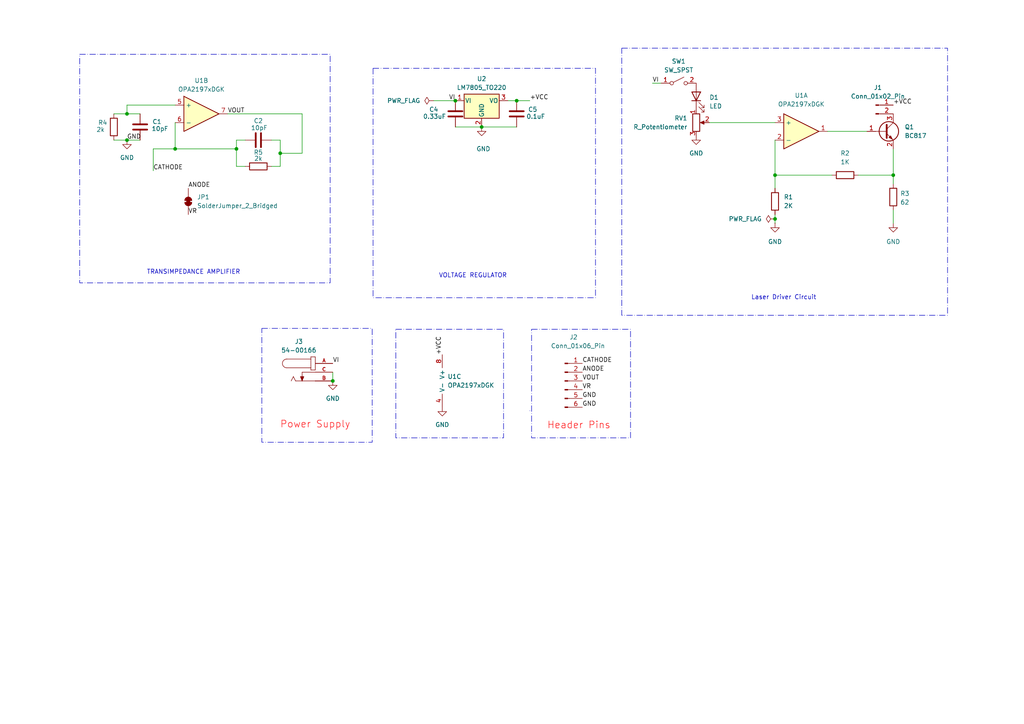
<source format=kicad_sch>
(kicad_sch (version 20250114) (generator "eeschema") (generator_version "9.0")
  (paper "A4")
  (title_block (title "Combined LASER driver and TIA circuit") (date "2025-10-28") (rev "1") (company "CQuICC, IIT Madras") (comment 1 "Designed by Megha and Rizo"))
  (lib_symbols
    (symbol "Connector:Conn_01x02_Pin" (pin_names (offset 1.016) (hide yes))
      (property "Reference" "J" (at 0 2.54 0))
      (property "Value" "Conn_01x02_Pin" (at 0 -5.08 0))
      (symbol "Conn_01x02_Pin_1_1"
        (rectangle (start 0.8636 0.127) (end 0 -0.127) (stroke (width 0.1524)) (fill (type outline)))
        (rectangle (start 0.8636 -2.413) (end 0 -2.667) (stroke (width 0.1524)) (fill (type outline)))
        (polyline (pts (xy 1.27 0) (xy 0.8636 0)) (stroke (width 0.1524)))
        (polyline (pts (xy 1.27 -2.54) (xy 0.8636 -2.54)) (stroke (width 0.1524)))
        (pin passive line (at 5.08 0 180) (length 3.81) (name "Pin_1") (number "1"))
        (pin passive line (at 5.08 -2.54 180) (length 3.81) (name "Pin_2") (number "2"))
      )
    )
    (symbol "Connector:Conn_01x06_Pin" (pin_names (offset 1.016) (hide yes))
      (property "Reference" "J" (at 0 7.62 0))
      (property "Value" "Conn_01x06_Pin" (at 0 -10.16 0))
      (symbol "Conn_01x06_Pin_1_1"
        (rectangle (start 0.8636 5.207) (end 0 4.953) (stroke (width 0.1524)) (fill (type outline)))
        (rectangle (start 0.8636 2.667) (end 0 2.413) (stroke (width 0.1524)) (fill (type outline)))
        (rectangle (start 0.8636 0.127) (end 0 -0.127) (stroke (width 0.1524)) (fill (type outline)))
        (rectangle (start 0.8636 -2.413) (end 0 -2.667) (stroke (width 0.1524)) (fill (type outline)))
        (rectangle (start 0.8636 -4.953) (end 0 -5.207) (stroke (width 0.1524)) (fill (type outline)))
        (rectangle (start 0.8636 -7.493) (end 0 -7.747) (stroke (width 0.1524)) (fill (type outline)))
        (polyline (pts (xy 1.27 5.08) (xy 0.8636 5.08)) (stroke (width 0.1524)))
        (polyline (pts (xy 1.27 2.54) (xy 0.8636 2.54)) (stroke (width 0.1524)))
        (polyline (pts (xy 1.27 0) (xy 0.8636 0)) (stroke (width 0.1524)))
        (polyline (pts (xy 1.27 -2.54) (xy 0.8636 -2.54)) (stroke (width 0.1524)))
        (polyline (pts (xy 1.27 -5.08) (xy 0.8636 -5.08)) (stroke (width 0.1524)))
        (polyline (pts (xy 1.27 -7.62) (xy 0.8636 -7.62)) (stroke (width 0.1524)))
        (pin passive line (at 5.08 5.08 180) (length 3.81) (name "Pin_1") (number "1"))
        (pin passive line (at 5.08 2.54 180) (length 3.81) (name "Pin_2") (number "2"))
        (pin passive line (at 5.08 0 180) (length 3.81) (name "Pin_3") (number "3"))
        (pin passive line (at 5.08 -2.54 180) (length 3.81) (name "Pin_4") (number "4"))
        (pin passive line (at 5.08 -5.08 180) (length 3.81) (name "Pin_5") (number "5"))
        (pin passive line (at 5.08 -7.62 180) (length 3.81) (name "Pin_6") (number "6"))
      )
    )
    (symbol "Device:LED" (pin_numbers (hide yes)) (pin_names (offset 1.016) (hide yes))
      (property "Reference" "D" (at 0 2.54 0))
      (property "Value" "LED" (at 0 -2.54 0))
      (symbol "LED_0_1"
        (polyline (pts (xy -3.048 -0.762) (xy -4.572 -2.286) (xy -3.81 -2.286) (xy -4.572 -2.286) (xy -4.572 -1.524)))
        (polyline (pts (xy -1.778 -0.762) (xy -3.302 -2.286) (xy -2.54 -2.286) (xy -3.302 -2.286) (xy -3.302 -1.524)))
        (polyline (pts (xy -1.27 0) (xy 1.27 0)))
        (polyline (pts (xy -1.27 -1.27) (xy -1.27 1.27)) (stroke (width 0.254)))
        (polyline (pts (xy 1.27 -1.27) (xy 1.27 1.27) (xy -1.27 0) (xy 1.27 -1.27)) (stroke (width 0.254)))
      )
      (symbol "LED_1_1"
        (pin passive line (at -3.81 0 0) (length 2.54) (name "K") (number "1"))
        (pin passive line (at 3.81 0 180) (length 2.54) (name "A") (number "2"))
      )
    )
    (symbol "Device:R_Potentiometer" (pin_names (offset 1.016) (hide yes))
      (property "Reference" "RV" (at -4.445 0 90))
      (property "Value" "R_Potentiometer" (at -2.54 0 90))
      (symbol "R_Potentiometer_0_1"
        (rectangle (start 1.016 2.54) (end -1.016 -2.54) (stroke (width 0.254)))
        (polyline (pts (xy 1.143 0) (xy 2.286 0.508) (xy 2.286 -0.508) (xy 1.143 0)) (fill (type outline)))
        (polyline (pts (xy 2.54 0) (xy 1.524 0)))
      )
      (symbol "R_Potentiometer_1_1"
        (pin passive line (at 0 3.81 270) (length 1.27) (name "1") (number "1"))
        (pin passive line (at 0 -3.81 90) (length 1.27) (name "3") (number "3"))
        (pin passive line (at 3.81 0 180) (length 1.27) (name "2") (number "2"))
      )
    )
    (symbol "Jumper:SolderJumper_2_Bridged" (pin_numbers (hide yes)) (pin_names (offset 0) (hide yes)) (in_bom no)
      (property "Reference" "JP" (at 0 2.032 0))
      (property "Value" "SolderJumper_2_Bridged" (at 0 -2.54 0))
      (symbol "SolderJumper_2_Bridged_0_1"
        (rectangle (start -0.508 0.508) (end 0.508 -0.508) (fill (type outline)))
        (polyline (pts (xy -0.254 1.016) (xy -0.254 -1.016)))
        (arc (start -0.254 -1.016) (mid -1.2656 0) (end -0.254 1.016))
        (arc (start -0.254 -1.016) (mid -1.2656 0) (end -0.254 1.016) (fill (type outline)))
        (arc (start 0.254 1.016) (mid 1.2656 0) (end 0.254 -1.016))
        (arc (start 0.254 1.016) (mid 1.2656 0) (end 0.254 -1.016) (fill (type outline)))
        (polyline (pts (xy 0.254 1.016) (xy 0.254 -1.016)))
      )
      (symbol "SolderJumper_2_Bridged_1_1"
        (pin passive line (at -3.81 0 0) (length 2.54) (name "A") (number "1"))
        (pin passive line (at 3.81 0 180) (length 2.54) (name "B") (number "2"))
      )
    )
    (symbol "Library:54-00166" (pin_names (offset 1.016))
      (property "Reference" "J" (at -7.62 5.08 0))
      (property "Value" "54-00166" (at -7.62 -5.08 0))
      (symbol "54-00166_0_0"
        (polyline (pts (xy -8.255 3.81) (xy -1.27 3.81)) (stroke (width 0.1524)))
        (arc (start -8.255 1.27) (mid -9.5194 2.54) (end -8.255 3.81) (stroke (width 0.1524)))
        (polyline (pts (xy -6.35 -1.27) (xy -6.985 -2.54)) (stroke (width 0.1524)))
        (polyline (pts (xy -5.715 -2.54) (xy -6.35 -1.27)) (stroke (width 0.1524)))
        (polyline (pts (xy -3.81 0) (xy -3.81 -2.54)) (stroke (width 0.1524)))
        (polyline (pts (xy -3.81 -2.54) (xy -4.318 -1.27) (xy -3.302 -1.27) (xy -3.81 -2.54)) (stroke (width 0.1524)) (fill (type outline)))
        (polyline (pts (xy -1.27 4.445) (xy -1.27 3.81)) (stroke (width 0.1524)))
        (polyline (pts (xy -1.27 3.81) (xy -1.27 1.27)) (stroke (width 0.1524)))
        (polyline (pts (xy -1.27 1.27) (xy -8.255 1.27)) (stroke (width 0.1524)))
        (polyline (pts (xy -1.27 1.27) (xy -1.27 0.635)) (stroke (width 0.1524)))
        (polyline (pts (xy -1.27 0.635) (xy 0 0.635)) (stroke (width 0.1524)))
        (polyline (pts (xy 0 4.445) (xy -1.27 4.445)) (stroke (width 0.1524)))
        (polyline (pts (xy 0 0.635) (xy 0 4.445)) (stroke (width 0.1524)))
        (polyline (pts (xy 0 0) (xy -3.81 0)) (stroke (width 0.1524)))
        (polyline (pts (xy 0 -2.54) (xy -5.715 -2.54)) (stroke (width 0.1524)))
        (pin passive line (at 5.08 2.54 180) (length 5.08) (name "~") (number "A"))
        (pin passive line (at 5.08 0 180) (length 5.08) (name "~") (number "C"))
        (pin passive line (at 5.08 -2.54 180) (length 5.08) (name "~") (number "B"))
      )
    )
    (symbol "Library:BC817" (pin_names (offset 0) (hide yes))
      (property "Reference" "Q" (at 5.08 1.905 0))
      (property "Value" "BC817" (at 5.08 0 0))
      (symbol "BC817_0_1"
        (polyline (pts (xy -2.54 0) (xy 0.635 0)))
        (polyline (pts (xy 0.635 1.905) (xy 0.635 -1.905)) (stroke (width 0.508)))
        (circle (center 1.27 0) (radius 2.8194) (stroke (width 0.254)))
      )
      (symbol "BC817_1_1"
        (polyline (pts (xy 0.635 0.635) (xy 2.54 2.54)))
        (polyline (pts (xy 0.635 -0.635) (xy 2.54 -2.54)))
        (polyline (pts (xy 1.27 -1.778) (xy 1.778 -1.27) (xy 2.286 -2.286) (xy 1.27 -1.778)) (fill (type outline)))
        (pin input line (at -5.08 0 0) (length 2.54) (name "B") (number "1"))
        (pin passive line (at 2.54 5.08 270) (length 2.54) (name "C") (number "3"))
        (pin passive line (at 2.54 -5.08 90) (length 2.54) (name "E") (number "2"))
      )
    )
    (symbol "Library:C" (pin_numbers (hide yes)) (pin_names (offset 0.254))
      (property "Reference" "C" (at 0.635 2.54 0))
      (property "Value" "C" (at 0.635 -2.54 0))
      (symbol "C_0_1"
        (polyline (pts (xy -2.032 0.762) (xy 2.032 0.762)) (stroke (width 0.508)))
        (polyline (pts (xy -2.032 -0.762) (xy 2.032 -0.762)) (stroke (width 0.508)))
      )
      (symbol "C_1_1"
        (pin passive line (at 0 3.81 270) (length 2.794) (name "~") (number "1"))
        (pin passive line (at 0 -3.81 90) (length 2.794) (name "~") (number "2"))
      )
    )
    (symbol "Library:GND" (power) (pin_numbers (hide yes)) (pin_names (offset 0) (hide yes))
      (property "Value" "GND" (at 0 -3.81 0))
      (symbol "GND_0_1"
        (polyline (pts (xy 0 0) (xy 0 -1.27) (xy 1.27 -1.27) (xy 0 -2.54) (xy -1.27 -1.27) (xy 0 -1.27)))
      )
      (symbol "GND_1_1"
        (pin power_in line (at 0 0 270) (length 0) (name "~") (number "1"))
      )
    )
    (symbol "Library:OPA2197xDGK"
      (property "Reference" "U" (at 0 5.08 0))
      (property "Value" "OPA2197xDGK" (at 0 -5.08 0))
      (symbol "OPA2197xDGK_1_1"
        (polyline (pts (xy -5.08 5.08) (xy 5.08 0) (xy -5.08 -5.08) (xy -5.08 5.08)) (stroke (width 0.254)) (fill (type background)))
        (pin input line (at -7.62 2.54 0) (length 2.54) (name "+") (number "3"))
        (pin input line (at -7.62 -2.54 0) (length 2.54) (name "-") (number "2"))
        (pin output line (at 7.62 0 180) (length 2.54) (name "~") (number "1"))
      )
      (symbol "OPA2197xDGK_2_1"
        (polyline (pts (xy -5.08 5.08) (xy 5.08 0) (xy -5.08 -5.08) (xy -5.08 5.08)) (stroke (width 0.254)) (fill (type background)))
        (pin input line (at -7.62 2.54 0) (length 2.54) (name "+") (number "5"))
        (pin input line (at -7.62 -2.54 0) (length 2.54) (name "-") (number "6"))
        (pin output line (at 7.62 0 180) (length 2.54) (name "~") (number "7"))
      )
      (symbol "OPA2197xDGK_3_1"
        (pin power_in line (at -2.54 7.62 270) (length 3.81) (name "V+") (number "8"))
        (pin power_in line (at -2.54 -7.62 90) (length 3.81) (name "V-") (number "4"))
      )
    )
    (symbol "Library:PWR_FLAG" (power) (pin_numbers (hide yes)) (pin_names (offset 0) (hide yes))
      (property "Value" "PWR_FLAG" (at 0 3.81 0))
      (symbol "PWR_FLAG_0_0"
        (pin power_out line (at 0 0 90) (length 0) (name "~") (number "1"))
      )
      (symbol "PWR_FLAG_0_1"
        (polyline (pts (xy 0 0) (xy 0 1.27) (xy -1.016 1.905) (xy 0 2.54) (xy 1.016 1.905) (xy 0 1.27)))
      )
    )
    (symbol "Library:R" (pin_numbers (hide yes)) (pin_names (offset 0))
      (property "Reference" "R" (at 2.032 0 90))
      (property "Value" "R" (at 0 0 90))
      (symbol "R_0_1"
        (rectangle (start -1.016 -2.54) (end 1.016 2.54) (stroke (width 0.254)))
      )
      (symbol "R_1_1"
        (pin passive line (at 0 3.81 270) (length 1.27) (name "~") (number "1"))
        (pin passive line (at 0 -3.81 90) (length 1.27) (name "~") (number "2"))
      )
    )
    (symbol "Regulator_Linear:LM7805_TO220" (pin_names (offset 0.254))
      (property "Reference" "U" (at -3.81 3.175 0))
      (property "Value" "LM7805_TO220" (at 0 3.175 0))
      (symbol "LM7805_TO220_0_1"
        (rectangle (start -5.08 1.905) (end 5.08 -5.08) (stroke (width 0.254)) (fill (type background)))
      )
      (symbol "LM7805_TO220_1_1"
        (pin power_in line (at -7.62 0 0) (length 2.54) (name "VI") (number "1"))
        (pin power_in line (at 0 -7.62 90) (length 2.54) (name "GND") (number "2"))
        (pin power_out line (at 7.62 0 180) (length 2.54) (name "VO") (number "3"))
      )
    )
    (symbol "Switch:SW_SPST" (pin_names (offset 0) (hide yes))
      (property "Reference" "SW" (at 0 3.175 0))
      (property "Value" "SW_SPST" (at 0 -2.54 0))
      (symbol "SW_SPST_0_0"
        (circle (center -2.032 0) (radius 0.508))
        (polyline (pts (xy -1.524 0.254) (xy 1.524 1.778)))
        (circle (center 2.032 0) (radius 0.508))
      )
      (symbol "SW_SPST_1_1"
        (pin passive line (at -5.08 0 0) (length 2.54) (name "A") (number "1"))
        (pin passive line (at 5.08 0 180) (length 2.54) (name "B") (number "2"))
      )
    )
  )
  (rectangle (start 153.67 119.126) (end 153.67 119.126) (stroke (width 0) (type dash_dot)))
  (rectangle (start 108.204 19.812) (end 172.72 86.36) (stroke (width 0) (type dash_dot)))
  (rectangle (start 154.178 95.504) (end 182.88 127) (stroke (width 0) (type dash_dot)))
  (rectangle (start 75.946 95.25) (end 107.95 128.27) (stroke (width 0) (type dash_dot)))
  (rectangle (start 114.808 95.504) (end 146.05 127) (stroke (width 0) (type dash_dot)))
  (rectangle (start 23.114 15.748) (end 95.758 82.042) (stroke (width 0) (type dash_dot)))
  (rectangle (start 180.34 13.97) (end 274.828 91.44) (stroke (width 0) (type dash_dot)))
  (text "VOLTAGE REGULATOR\n" (at 137.16 80.01 0) (effects (font (size 1.27 1.27))))
  (text "Laser Driver Circuit" (at 227.33 86.36 0) (effects (font (size 1.27 1.27))))
  (text "Power Supply" (at 91.44 123.19 0) (effects (font (size 2 2))))
  (text "Header Pins\n" (at 167.894 123.444 0) (effects (font (size 2 2))))
  (text "TRANSIMPEDANCE AMPLIFIER" (at 56.134 78.994 0) (effects (font (size 1.27 1.27))))
  (junction (at 50.8 43.18))
  (junction (at 224.79 63.5))
  (junction (at 259.08 50.8))
  (junction (at 149.86 29.21))
  (junction (at 36.83 33.02))
  (junction (at 68.58 43.18))
  (junction (at 139.7 36.83))
  (junction (at 96.52 110.49))
  (junction (at 224.79 50.8))
  (junction (at 132.08 29.21))
  (junction (at 36.83 40.64))
  (junction (at 81.28 44.45))
  (wire (pts (xy 81.28 40.64) (xy 81.28 44.45)))
  (wire (pts (xy 224.79 50.8) (xy 241.3 50.8)))
  (wire (pts (xy 68.58 43.18) (xy 68.58 40.64)))
  (wire (pts (xy 189.23 24.13) (xy 191.77 24.13)))
  (wire (pts (xy 81.28 44.45) (xy 81.28 48.26)))
  (wire (pts (xy 71.12 48.26) (xy 68.58 48.26)))
  (wire (pts (xy 87.63 33.02) (xy 87.63 44.45)))
  (wire (pts (xy 44.45 43.18) (xy 44.45 49.53)))
  (wire (pts (xy 224.79 62.23) (xy 224.79 63.5)))
  (wire (pts (xy 36.83 33.02) (xy 40.64 33.02)))
  (wire (pts (xy 132.08 36.83) (xy 139.7 36.83)))
  (wire (pts (xy 259.08 60.96) (xy 259.08 64.77)))
  (wire (pts (xy 68.58 40.64) (xy 71.12 40.64)))
  (wire (pts (xy 149.86 29.21) (xy 153.67 29.21)))
  (wire (pts (xy 36.83 30.48) (xy 50.8 30.48)))
  (wire (pts (xy 147.32 29.21) (xy 149.86 29.21)))
  (wire (pts (xy 139.7 36.83) (xy 149.86 36.83)))
  (wire (pts (xy 259.08 50.8) (xy 259.08 53.34)))
  (wire (pts (xy 50.8 35.56) (xy 50.8 43.18)))
  (wire (pts (xy 66.04 33.02) (xy 87.63 33.02)))
  (wire (pts (xy 224.79 50.8) (xy 224.79 54.61)))
  (wire (pts (xy 33.02 40.64) (xy 36.83 40.64)))
  (wire (pts (xy 36.83 30.48) (xy 36.83 33.02)))
  (wire (pts (xy 125.73 29.21) (xy 132.08 29.21)))
  (wire (pts (xy 81.28 44.45) (xy 87.63 44.45)))
  (wire (pts (xy 96.52 107.95) (xy 96.52 110.49)))
  (wire (pts (xy 240.03 38.1) (xy 251.46 38.1)))
  (wire (pts (xy 33.02 33.02) (xy 36.83 33.02)))
  (wire (pts (xy 259.08 43.18) (xy 259.08 50.8)))
  (wire (pts (xy 44.45 43.18) (xy 50.8 43.18)))
  (wire (pts (xy 248.92 50.8) (xy 259.08 50.8)))
  (wire (pts (xy 50.8 43.18) (xy 68.58 43.18)))
  (wire (pts (xy 224.79 63.5) (xy 224.79 64.77)))
  (wire (pts (xy 78.74 40.64) (xy 81.28 40.64)))
  (wire (pts (xy 78.74 48.26) (xy 81.28 48.26)))
  (wire (pts (xy 205.74 35.56) (xy 224.79 35.56)))
  (wire (pts (xy 68.58 43.18) (xy 68.58 48.26)))
  (wire (pts (xy 224.79 40.64) (xy 224.79 50.8)))
  (wire (pts (xy 36.83 40.64) (xy 40.64 40.64)))
  (label "VI" (at 189.23 24.13 0))
  (label "CATHODE" (at 168.91 105.41 0))
  (label "ANODE" (at 168.91 107.95 0))
  (label "GND" (at 168.91 115.57 0))
  (label "VR" (at 54.61 62.23 0))
  (label "+VCC" (at 128.27 102.87 90))
  (label "ANODE" (at 54.61 54.61 0))
  (label "VR" (at 168.91 113.03 0))
  (label "+VCC" (at 153.67 29.21 0))
  (label "+VCC" (at 259.08 30.48 0))
  (label "VI" (at 132.08 29.21 180))
  (label "CATHODE" (at 44.45 49.53 0))
  (label "VOUT" (at 66.04 33.02 0))
  (label "GND" (at 36.83 40.64 0))
  (label "VOUT" (at 168.91 110.49 0))
  (label "VI" (at 96.52 105.41 0))
  (label "GND" (at 168.91 118.11 0))
  (symbol (lib_id "Jumper:SolderJumper_2_Bridged") (at 54.61 58.42 90) (unit 1) (in_bom no)
    (property "Reference" "JP1" (at 57.15 57.1499 90) (effects (justify right)))
    (property "Value" "SolderJumper_2_Bridged" (at 57.15 59.6899 90) (effects (justify right)))
    (property "Footprint" "Jumper:SolderJumper-2_P1.3mm_Bridged2Bar_Pad1.0x1.5mm" (effects (hide yes)))
    (property "Description" "Solder Jumper, 2-pole, closed/bridged" (effects (hide yes)))
  )
  (symbol (lib_id "Library:PWR_FLAG") (at 125.73 29.21 90) (unit 1)
    (property "Reference" "#FLG0101" (effects (hide yes)))
    (property "Value" "PWR_FLAG" (at 121.92 29.2099 90) (effects (justify left)))
    (property "Description" "Special symbol for telling ERC where power comes from" (effects (hide yes)))
  )
  (symbol (lib_id "Library:OPA2197xDGK") (at 58.42 33.02 0) (unit 2)
    (property "Reference" "U1" (at 58.42 23.368 0))
    (property "Value" "OPA2197xDGK" (at 58.42 25.908 0))
    (property "Footprint" "Package_SO:VSSOP-8_3x3mm_P0.65mm" (effects (hide yes)))
    (property "Datasheet" "http://www.ti.com/lit/ds/symlink/opa2197.pdf" (effects (hide yes)))
    (property "Description" "Dual 36V, Precision, Rail-to-Rail Input/Output, Low Offset Voltage, Operational Amplifier, VSSOP-8" (effects (hide yes)))
  )
  (symbol (lib_id "Switch:SW_SPST") (at 196.85 24.13 0) (unit 1)
    (property "Reference" "SW1" (at 196.85 17.78 0))
    (property "Value" "SW_SPST" (at 196.85 20.32 0))
    (property "Description" "Single Pole Single Throw (SPST) switch" (effects (hide yes)))
  )
  (symbol (lib_id "Library:C") (at 40.64 36.83 0) (unit 1)
    (property "Reference" "C1" (at 44.196 35.306 0) (effects (justify left)))
    (property "Value" "10pF" (at 43.942 37.338 0) (effects (justify left)))
    (property "Footprint" "Capacitor_SMD:C_0201_0603Metric" (effects (hide yes)))
    (property "Description" "Unpolarized capacitor" (effects (hide yes)))
  )
  (symbol (lib_id "Library:GND") (at 96.52 110.49 0) (unit 1)
    (property "Reference" "#PWR0101" (effects (hide yes)))
    (property "Value" "GND" (at 96.52 115.57 0))
    (property "Description" "Power symbol creates a global label with name \"GND\" , ground" (effects (hide yes)))
  )
  (symbol (lib_id "Library:GND") (at 128.27 118.11 0) (unit 1)
    (property "Reference" "#PWR05" (effects (hide yes)))
    (property "Value" "GND" (at 128.27 123.19 0))
    (property "Description" "Power symbol creates a global label with name \"GND\" , ground" (effects (hide yes)))
  )
  (symbol (lib_id "Library:PWR_FLAG") (at 224.79 63.5 90) (unit 1)
    (property "Reference" "#FLG01" (effects (hide yes)))
    (property "Value" "PWR_FLAG" (at 220.98 63.4999 90) (effects (justify left)))
    (property "Description" "Special symbol for telling ERC where power comes from" (effects (hide yes)))
  )
  (symbol (lib_id "Library:GND") (at 139.7 36.83 0) (unit 1)
    (property "Reference" "#PWR0106" (effects (hide yes)))
    (property "Value" "GND" (at 140.208 43.18 0))
    (property "Description" "Power symbol creates a global label with name \"GND\" , ground" (effects (hide yes)))
  )
  (symbol (lib_id "Library:R") (at 259.08 57.15 0) (unit 1)
    (property "Reference" "R3" (at 261.112 56.134 0) (effects (justify left)))
    (property "Value" "62" (at 261.112 58.674 0) (effects (justify left)))
    (property "Footprint" "Resistor_THT:R_Axial_DIN0309_L9.0mm_D3.2mm_P25.40mm_Horizontal" (effects (hide yes)))
    (property "Description" "Resistor" (effects (hide yes)))
  )
  (symbol (lib_id "Library:OPA2197xDGK") (at 130.81 110.49 0) (unit 3)
    (property "Reference" "U1" (at 129.794 109.2199 0) (effects (justify left)))
    (property "Value" "OPA2197xDGK" (at 129.794 111.7599 0) (effects (justify left)))
    (property "Footprint" "Package_SO:VSSOP-8_3x3mm_P0.65mm" (effects (hide yes)))
    (property "Datasheet" "http://www.ti.com/lit/ds/symlink/opa2197.pdf" (effects (hide yes)))
    (property "Description" "Dual 36V, Precision, Rail-to-Rail Input/Output, Low Offset Voltage, Operational Amplifier, VSSOP-8" (effects (hide yes)))
  )
  (symbol (lib_id "Connector:Conn_01x02_Pin") (at 254 30.48 0) (unit 1)
    (property "Reference" "J1" (at 254.635 25.4 0))
    (property "Value" "Conn_01x02_Pin" (at 254.635 27.94 0))
    (property "Footprint" "Connector_Samtec_HPM_THT:Samtec_HPM-02-01-x-S_Straight_1x02_Pitch5.08mm" (effects (hide yes)))
    (property "Description" "Generic connector, single row, 01x02, script generated" (effects (hide yes)))
  )
  (symbol (lib_id "Library:R") (at 224.79 58.42 0) (unit 1)
    (property "Reference" "R1" (at 227.33 57.1499 0) (effects (justify left)))
    (property "Value" "2K" (at 227.33 59.6899 0) (effects (justify left)))
    (property "Footprint" "Resistor_THT:R_Axial_DIN0207_L6.3mm_D2.5mm_P7.62mm_Horizontal" (effects (hide yes)))
    (property "Description" "Resistor" (effects (hide yes)))
  )
  (symbol (lib_id "Library:R") (at 74.93 48.26 90) (unit 1)
    (property "Reference" "R5" (at 74.93 44.196 90))
    (property "Value" "2k" (at 74.93 45.974 90))
    (property "Footprint" "Resistor_THT:R_Axial_DIN0204_L3.6mm_D1.6mm_P5.08mm_Horizontal" (effects (hide yes)))
    (property "Description" "Resistor" (effects (hide yes)))
  )
  (symbol (lib_id "Library:C") (at 74.93 40.64 90) (unit 1)
    (property "Reference" "C2" (at 74.93 35.052 90))
    (property "Value" "10pF" (at 75.184 37.084 90))
    (property "Footprint" "Capacitor_SMD:C_0201_0603Metric" (effects (hide yes)))
    (property "Description" "Unpolarized capacitor" (effects (hide yes)))
  )
  (symbol (lib_id "Device:LED") (at 201.93 27.94 90) (unit 1)
    (property "Reference" "D1" (at 205.74 28.2574 90) (effects (justify right)))
    (property "Value" "LED" (at 205.74 30.7974 90) (effects (justify right)))
    (property "Footprint" "LED_THT:LED_D2.0mm_W4.8mm_H2.5mm_FlatTop" (effects (hide yes)))
    (property "Description" "Light emitting diode" (effects (hide yes)))
    (property "Sim.Pins" "1=K 2=A" (effects (hide yes)))
  )
  (symbol (lib_id "Connector:Conn_01x06_Pin") (at 163.83 110.49 0) (unit 1)
    (property "Reference" "J2" (at 166.37 97.79 0))
    (property "Value" "Conn_01x06_Pin" (at 167.64 100.33 0))
    (property "Footprint" "Connector_PinHeader_2.54mm:PinHeader_1x06_P2.54mm_Vertical" (effects (hide yes)))
    (property "Description" "Generic connector, single row, 01x06, script generated" (effects (hide yes)))
  )
  (symbol (lib_id "Library:R") (at 245.11 50.8 90) (unit 1)
    (property "Reference" "R2" (at 245.11 44.45 90))
    (property "Value" "1K" (at 245.11 46.99 90))
    (property "Footprint" "Resistor_THT:R_Axial_DIN0207_L6.3mm_D2.5mm_P7.62mm_Horizontal" (effects (hide yes)))
    (property "Description" "Resistor" (effects (hide yes)))
  )
  (symbol (lib_id "Library:R") (at 33.02 36.83 0) (unit 1)
    (property "Reference" "R4" (at 28.448 35.56 0) (effects (justify left)))
    (property "Value" "2k" (at 27.94 37.592 0) (effects (justify left)))
    (property "Footprint" "Resistor_THT:R_Axial_DIN0204_L3.6mm_D1.6mm_P5.08mm_Horizontal" (effects (hide yes)))
    (property "Description" "Resistor" (effects (hide yes)))
  )
  (symbol (lib_id "Library:BC817") (at 256.54 38.1 0) (unit 1)
    (property "Reference" "Q1" (at 262.382 36.8299 0) (effects (justify left)))
    (property "Value" "BC817" (at 262.382 39.3699 0) (effects (justify left)))
    (property "Footprint" "Package_TO_SOT_SMD:SOT-23" (effects (hide yes)))
    (property "Datasheet" "https://www.onsemi.com/pub/Collateral/BC818-D.pdf" (effects (hide yes)))
    (property "Description" "0.8A Ic, 45V Vce, NPN Transistor, SOT-23" (effects (hide yes)))
  )
  (symbol (lib_id "Library:GND") (at 201.93 39.37 0) (unit 1)
    (property "Reference" "#PWR03" (effects (hide yes)))
    (property "Value" "GND" (at 201.93 44.45 0))
    (property "Description" "Power symbol creates a global label with name \"GND\" , ground" (effects (hide yes)))
  )
  (symbol (lib_id "Regulator_Linear:LM7805_TO220") (at 139.7 29.21 0) (unit 1)
    (property "Reference" "U2" (at 139.7 22.86 0))
    (property "Value" "LM7805_TO220" (at 139.7 25.4 0))
    (property "Footprint" "Package_TO_SOT_THT:TO-220-3_Vertical" (effects (hide yes)))
    (property "Datasheet" "https://www.onsemi.cn/PowerSolutions/document/MC7800-D.PDF" (effects (hide yes)))
    (property "Description" "Positive 1A 35V Linear Regulator, Fixed Output 5V, TO-220" (effects (hide yes)))
  )
  (symbol (lib_id "Library:GND") (at 36.83 40.64 0) (unit 1)
    (property "Reference" "#PWR0103" (effects (hide yes)))
    (property "Value" "GND" (at 36.83 45.72 0))
    (property "Description" "Power symbol creates a global label with name \"GND\" , ground" (effects (hide yes)))
  )
  (symbol (lib_id "Library:54-00166") (at 91.44 107.95 0) (unit 1)
    (property "Reference" "J3" (at 86.6803 99.06 0))
    (property "Value" "54-00166" (at 86.6803 101.6 0))
    (property "Footprint" "JACK:TENSILITY_54-00166" (effects (hide yes)))
    (property "MF" "Tensility International Corp" (effects (hide yes)))
    (property "MAXIMUM_PACKAGE_HEIGHT" "11.2mm" (effects (hide yes)))
    (property "Package" "None" (effects (hide yes)))
    (property "Price" "None" (effects (hide yes)))
    (property "Check_prices" "https://www.snapeda.com/parts/54-00166/Tensility/view-part/?ref=eda" (effects (hide yes)))
    (property "STANDARD" "Manufacturer Recommendations" (effects (hide yes)))
    (property "PARTREV" "A" (effects (hide yes)))
    (property "SnapEDA_Link" "https://www.snapeda.com/parts/54-00166/Tensility/view-part/?ref=snap" (effects (hide yes)))
    (property "MP" "54-00166" (effects (hide yes)))
    (property "Description_1" "Connector, dc jack 5.5x2.1 mm, PCB mount, 90 degrees, nickel plated, PBT, thru hole" (effects (hide yes)))
    (property "MANUFACTURER" "TENSILITY" (effects (hide yes)))
    (property "Availability" "In Stock" (effects (hide yes)))
    (property "SNAPEDA_PN" "54-00166" (effects (hide yes)))
  )
  (symbol (lib_id "Library:C") (at 149.86 33.02 0) (unit 1)
    (property "Reference" "C5" (at 153.162 31.75 0) (effects (justify left)))
    (property "Value" "0.1uF" (at 152.654 33.782 0) (effects (justify left)))
    (property "Footprint" "Capacitor_SMD:C_0201_0603Metric" (effects (hide yes)))
    (property "Description" "Unpolarized capacitor" (effects (hide yes)))
  )
  (symbol (lib_id "Device:R_Potentiometer") (at 201.93 35.56 0) (unit 1)
    (property "Reference" "RV1" (at 199.39 34.2899 0) (effects (justify right)))
    (property "Value" "R_Potentiometer" (at 199.39 36.8299 0) (effects (justify right)))
    (property "Description" "Potentiometer" (effects (hide yes)))
  )
  (symbol (lib_id "Library:GND") (at 259.08 64.77 0) (unit 1)
    (property "Reference" "#PWR02" (effects (hide yes)))
    (property "Value" "GND" (at 259.08 70.104 0))
    (property "Description" "Power symbol creates a global label with name \"GND\" , ground" (effects (hide yes)))
  )
  (symbol (lib_id "Library:OPA2197xDGK") (at 232.41 38.1 0) (unit 1)
    (property "Reference" "U1" (at 232.41 27.686 0))
    (property "Value" "OPA2197xDGK" (at 232.41 30.226 0))
    (property "Footprint" "Package_SO:VSSOP-8_3x3mm_P0.65mm" (effects (hide yes)))
    (property "Datasheet" "http://www.ti.com/lit/ds/symlink/opa2197.pdf" (effects (hide yes)))
    (property "Description" "Dual 36V, Precision, Rail-to-Rail Input/Output, Low Offset Voltage, Operational Amplifier, VSSOP-8" (effects (hide yes)))
  )
  (symbol (lib_id "Library:C") (at 132.08 33.02 0) (unit 1)
    (property "Reference" "C4" (at 124.46 31.75 0) (effects (justify left)))
    (property "Value" "0.33uF" (at 122.682 33.782 0) (effects (justify left)))
    (property "Footprint" "Capacitor_SMD:C_0201_0603Metric" (effects (hide yes)))
    (property "Description" "Unpolarized capacitor" (effects (hide yes)))
  )
  (symbol (lib_id "Library:GND") (at 224.79 64.77 0) (unit 1)
    (property "Reference" "#PWR01" (effects (hide yes)))
    (property "Value" "GND" (at 224.79 70.104 0))
    (property "Description" "Power symbol creates a global label with name \"GND\" , ground" (effects (hide yes)))
  )
)
</source>
